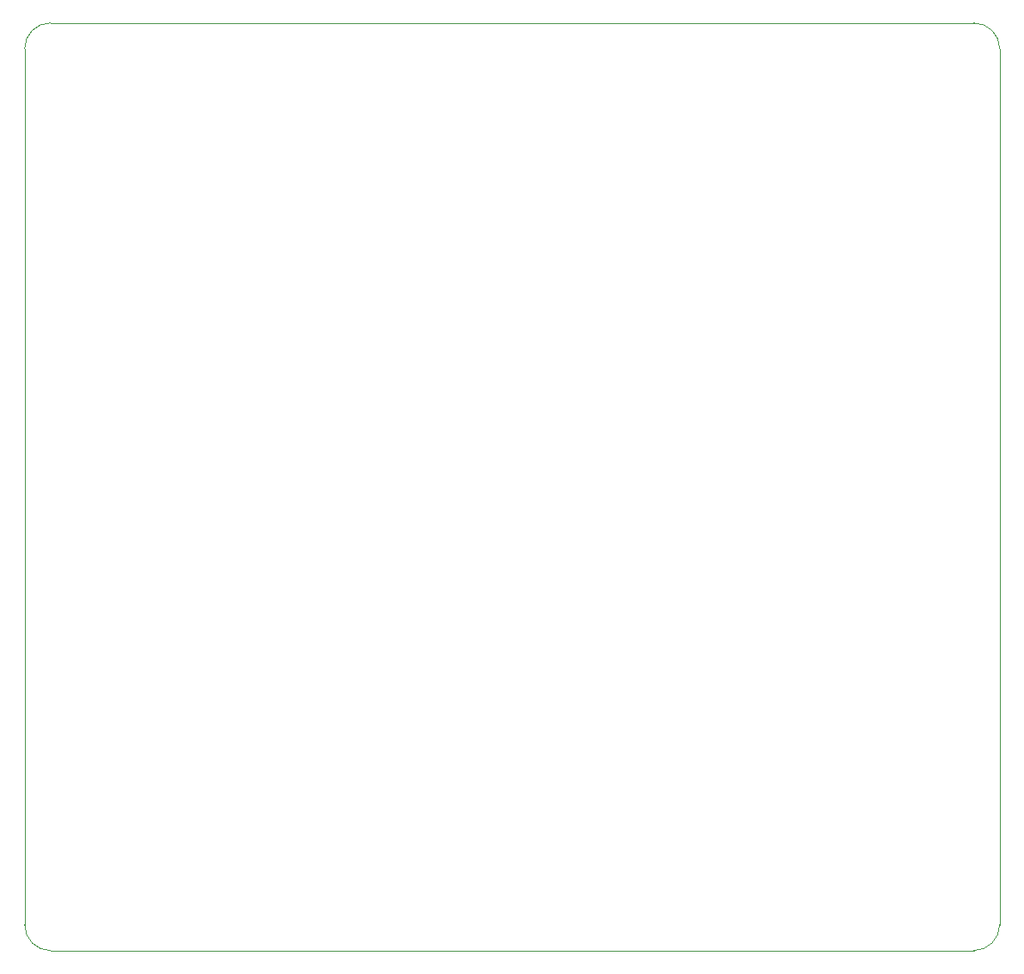
<source format=gbr>
%TF.GenerationSoftware,KiCad,Pcbnew,7.0.10*%
%TF.CreationDate,2024-06-02T03:13:15-03:00*%
%TF.ProjectId,board,626f6172-642e-46b6-9963-61645f706362,1.4*%
%TF.SameCoordinates,Original*%
%TF.FileFunction,Profile,NP*%
%FSLAX46Y46*%
G04 Gerber Fmt 4.6, Leading zero omitted, Abs format (unit mm)*
G04 Created by KiCad (PCBNEW 7.0.10) date 2024-06-02 03:13:15*
%MOMM*%
%LPD*%
G01*
G04 APERTURE LIST*
%TA.AperFunction,Profile*%
%ADD10C,0.050000*%
%TD*%
G04 APERTURE END LIST*
D10*
X98806000Y-131064000D02*
G75*
G03*
X101346000Y-133604000I2540000J0D01*
G01*
X101346000Y-42164000D02*
X192278000Y-42164000D01*
X98806000Y-44704000D02*
X98806000Y-131064000D01*
X192278000Y-133604000D02*
G75*
G03*
X194818000Y-131064000I0J2540000D01*
G01*
X194818000Y-44704000D02*
G75*
G03*
X192278000Y-42164000I-2540000J0D01*
G01*
X194818000Y-44704000D02*
X194818000Y-131064000D01*
X101346000Y-133604000D02*
X192278000Y-133604000D01*
X101346000Y-42164000D02*
G75*
G03*
X98806000Y-44704000I0J-2540000D01*
G01*
M02*

</source>
